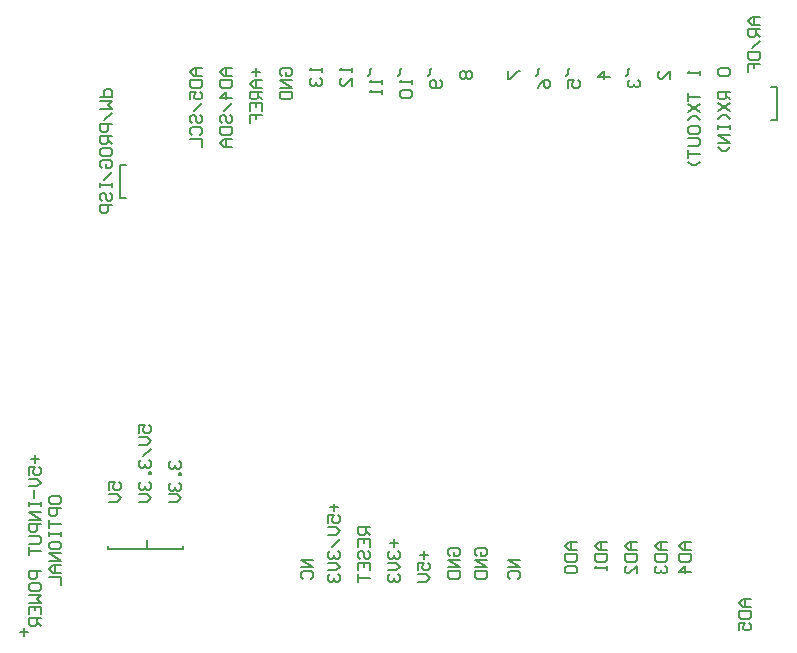
<source format=gbo>
G04*
G04 #@! TF.GenerationSoftware,Altium Limited,Altium Designer,22.5.1 (42)*
G04*
G04 Layer_Color=32896*
%FSLAX44Y44*%
%MOMM*%
G71*
G04*
G04 #@! TF.SameCoordinates,41AE30FE-043A-47DD-A292-25B9FDFD75C8*
G04*
G04*
G04 #@! TF.FilePolarity,Positive*
G04*
G01*
G75*
%ADD10C,0.2000*%
D10*
X675640Y441960D02*
X680720D01*
Y469900D01*
X675640D02*
X680720D01*
X124460Y375920D02*
X129540D01*
X124460Y403860D02*
X129540D01*
X124460Y375920D02*
Y403860D01*
X147320Y78740D02*
Y86360D01*
X177800Y78740D02*
Y81280D01*
X177787Y78727D02*
X177800Y78740D01*
X147388Y78727D02*
X177787D01*
X139065Y78740D02*
X147320D01*
X114300D02*
X122555D01*
X139065D01*
X114300D02*
Y81280D01*
X52406Y158020D02*
Y151355D01*
X49073Y154688D02*
X55738D01*
X47407Y141359D02*
Y148023D01*
X52406D01*
X50739Y144691D01*
Y143025D01*
X52406Y141359D01*
X55738D01*
X57404Y143025D01*
Y146357D01*
X55738Y148023D01*
X47407Y138026D02*
X54072D01*
X57404Y134694D01*
X54072Y131362D01*
X47407D01*
Y118033D02*
Y114701D01*
Y116367D01*
X57404D01*
Y118033D01*
Y114701D01*
Y109702D02*
X47407D01*
X57404Y103038D01*
X47407D01*
X57404Y99705D02*
X47407D01*
Y94707D01*
X49073Y93041D01*
X52406D01*
X54072Y94707D01*
Y99705D01*
X47407Y89709D02*
X55738D01*
X57404Y88042D01*
Y84710D01*
X55738Y83044D01*
X47407D01*
Y79712D02*
Y73047D01*
Y76380D01*
X57404D01*
Y59718D02*
X47407D01*
Y54720D01*
X49073Y53054D01*
X52406D01*
X54072Y54720D01*
Y59718D01*
X47407Y44723D02*
Y48055D01*
X49073Y49722D01*
X55738D01*
X57404Y48055D01*
Y44723D01*
X55738Y43057D01*
X49073D01*
X47407Y44723D01*
Y39725D02*
X57404D01*
X54072Y36393D01*
X57404Y33060D01*
X47407D01*
Y23063D02*
Y29728D01*
X57404D01*
Y23063D01*
X52406Y29728D02*
Y26396D01*
X57404Y19731D02*
X47407D01*
Y14733D01*
X49073Y13067D01*
X52406D01*
X54072Y14733D01*
Y19731D01*
Y16399D02*
X57404Y13067D01*
X64203Y118033D02*
Y121365D01*
X65869Y123031D01*
X72534D01*
X74200Y121365D01*
Y118033D01*
X72534Y116367D01*
X65869D01*
X64203Y118033D01*
X74200Y113034D02*
X64203D01*
Y108036D01*
X65869Y106370D01*
X69202D01*
X70868Y108036D01*
Y113034D01*
X64203Y103038D02*
Y96373D01*
Y99705D01*
X74200D01*
X64203Y93041D02*
Y89709D01*
Y91375D01*
X74200D01*
Y93041D01*
Y89709D01*
X64203Y79712D02*
Y83044D01*
X65869Y84710D01*
X72534D01*
X74200Y83044D01*
Y79712D01*
X72534Y78046D01*
X65869D01*
X64203Y79712D01*
X74200Y74714D02*
X64203D01*
X74200Y68049D01*
X64203D01*
X74200Y64717D02*
X67536D01*
X64203Y61385D01*
X67536Y58052D01*
X74200D01*
X69202D01*
Y64717D01*
X64203Y54720D02*
X74200D01*
Y48056D01*
X666020Y528860D02*
X659355D01*
X656023Y525528D01*
X659355Y522196D01*
X666020D01*
X661022D01*
Y528860D01*
X666020Y518863D02*
X656023D01*
Y513865D01*
X657689Y512199D01*
X661022D01*
X662688Y513865D01*
Y518863D01*
Y515531D02*
X666020Y512199D01*
Y508866D02*
X659355Y502202D01*
X656023Y498870D02*
X666020D01*
Y493871D01*
X664354Y492205D01*
X657689D01*
X656023Y493871D01*
Y498870D01*
Y482208D02*
Y488873D01*
X661022D01*
Y485541D01*
Y488873D01*
X666020D01*
X107383Y461236D02*
X117380D01*
Y466234D01*
X115714Y467900D01*
X112382D01*
X110716Y466234D01*
Y461236D01*
X107383Y457903D02*
X117380D01*
X114048Y454571D01*
X117380Y451239D01*
X107383D01*
X117380Y447906D02*
X110716Y441242D01*
X117380Y437910D02*
X107383D01*
Y432911D01*
X109049Y431245D01*
X112382D01*
X114048Y432911D01*
Y437910D01*
X117380Y427913D02*
X107383D01*
Y422915D01*
X109049Y421248D01*
X112382D01*
X114048Y422915D01*
Y427913D01*
Y424581D02*
X117380Y421248D01*
X107383Y412918D02*
Y416250D01*
X109049Y417916D01*
X115714D01*
X117380Y416250D01*
Y412918D01*
X115714Y411252D01*
X109049D01*
X107383Y412918D01*
X109049Y401255D02*
X107383Y402921D01*
Y406253D01*
X109049Y407919D01*
X115714D01*
X117380Y406253D01*
Y402921D01*
X115714Y401255D01*
X112382D01*
Y404587D01*
X117380Y397923D02*
X110716Y391258D01*
X107383Y387926D02*
Y384594D01*
Y386260D01*
X117380D01*
Y387926D01*
Y384594D01*
X109049Y372931D02*
X107383Y374597D01*
Y377929D01*
X109049Y379595D01*
X110716D01*
X112382Y377929D01*
Y374597D01*
X114048Y372931D01*
X115714D01*
X117380Y374597D01*
Y377929D01*
X115714Y379595D01*
X117380Y369598D02*
X107383D01*
Y364600D01*
X109049Y362934D01*
X112382D01*
X114048Y364600D01*
Y369598D01*
X167469Y152940D02*
X165803Y151274D01*
Y147942D01*
X167469Y146276D01*
X169135D01*
X170802Y147942D01*
Y149608D01*
Y147942D01*
X172468Y146276D01*
X174134D01*
X175800Y147942D01*
Y151274D01*
X174134Y152940D01*
X175800Y142943D02*
X174134D01*
Y141277D01*
X175800D01*
Y142943D01*
X167469Y134613D02*
X165803Y132946D01*
Y129614D01*
X167469Y127948D01*
X169135D01*
X170802Y129614D01*
Y131280D01*
Y129614D01*
X172468Y127948D01*
X174134D01*
X175800Y129614D01*
Y132946D01*
X174134Y134613D01*
X165803Y124616D02*
X172468D01*
X175800Y121284D01*
X172468Y117951D01*
X165803D01*
X140403Y176756D02*
Y183420D01*
X145402D01*
X143736Y180088D01*
Y178422D01*
X145402Y176756D01*
X148734D01*
X150400Y178422D01*
Y181754D01*
X148734Y183420D01*
X140403Y173423D02*
X147068D01*
X150400Y170091D01*
X147068Y166759D01*
X140403D01*
X150400Y163426D02*
X143736Y156762D01*
X142069Y153430D02*
X140403Y151763D01*
Y148431D01*
X142069Y146765D01*
X143736D01*
X145402Y148431D01*
Y150097D01*
Y148431D01*
X147068Y146765D01*
X148734D01*
X150400Y148431D01*
Y151763D01*
X148734Y153430D01*
X150400Y143433D02*
X148734D01*
Y141767D01*
X150400D01*
Y143433D01*
X142069Y135102D02*
X140403Y133436D01*
Y130104D01*
X142069Y128438D01*
X143736D01*
X145402Y130104D01*
Y131770D01*
Y130104D01*
X147068Y128438D01*
X148734D01*
X150400Y130104D01*
Y133436D01*
X148734Y135102D01*
X140403Y125105D02*
X147068D01*
X150400Y121773D01*
X147068Y118441D01*
X140403D01*
X115003Y128496D02*
Y135160D01*
X120002D01*
X118336Y131828D01*
Y130162D01*
X120002Y128496D01*
X123334D01*
X125000Y130162D01*
Y133494D01*
X123334Y135160D01*
X115003Y125163D02*
X121668D01*
X125000Y121831D01*
X121668Y118499D01*
X115003D01*
X42928Y4540D02*
Y11205D01*
X39595Y7872D02*
X46260D01*
X51340Y121380D02*
Y128045D01*
X462820Y69461D02*
X452823D01*
X462820Y62797D01*
X452823D01*
X454489Y52800D02*
X452823Y54466D01*
Y57798D01*
X454489Y59465D01*
X461154D01*
X462820Y57798D01*
Y54466D01*
X461154Y52800D01*
X426549Y72794D02*
X424883Y74460D01*
Y77792D01*
X426549Y79458D01*
X433214D01*
X434880Y77792D01*
Y74460D01*
X433214Y72794D01*
X429882D01*
Y76126D01*
X434880Y69461D02*
X424883D01*
X434880Y62797D01*
X424883D01*
Y59465D02*
X434880D01*
Y54466D01*
X433214Y52800D01*
X426549D01*
X424883Y54466D01*
Y59465D01*
X403689Y72794D02*
X402023Y74460D01*
Y77792D01*
X403689Y79458D01*
X410354D01*
X412020Y77792D01*
Y74460D01*
X410354Y72794D01*
X407022D01*
Y76126D01*
X412020Y69461D02*
X402023D01*
X412020Y62797D01*
X402023D01*
Y59465D02*
X412020D01*
Y54466D01*
X410354Y52800D01*
X403689D01*
X402023Y54466D01*
Y59465D01*
X381622Y76918D02*
Y70254D01*
X378289Y73586D02*
X384954D01*
X376623Y60257D02*
Y66921D01*
X381622D01*
X379955Y63589D01*
Y61923D01*
X381622Y60257D01*
X384954D01*
X386620Y61923D01*
Y65255D01*
X384954Y66921D01*
X376623Y56925D02*
X383288D01*
X386620Y53592D01*
X383288Y50260D01*
X376623D01*
X356222Y86915D02*
Y80250D01*
X352889Y83583D02*
X359554D01*
X352889Y76918D02*
X351223Y75252D01*
Y71920D01*
X352889Y70254D01*
X354556D01*
X356222Y71920D01*
Y73586D01*
Y71920D01*
X357888Y70254D01*
X359554D01*
X361220Y71920D01*
Y75252D01*
X359554Y76918D01*
X351223Y66921D02*
X357888D01*
X361220Y63589D01*
X357888Y60257D01*
X351223D01*
X352889Y56925D02*
X351223Y55258D01*
Y51926D01*
X352889Y50260D01*
X354556D01*
X356222Y51926D01*
Y53592D01*
Y51926D01*
X357888Y50260D01*
X359554D01*
X361220Y51926D01*
Y55258D01*
X359554Y56925D01*
X335820Y96912D02*
X325823D01*
Y91913D01*
X327489Y90247D01*
X330822D01*
X332488Y91913D01*
Y96912D01*
Y93579D02*
X335820Y90247D01*
X325823Y80250D02*
Y86915D01*
X335820D01*
Y80250D01*
X330822Y86915D02*
Y83583D01*
X327489Y70254D02*
X325823Y71920D01*
Y75252D01*
X327489Y76918D01*
X329156D01*
X330822Y75252D01*
Y71920D01*
X332488Y70254D01*
X334154D01*
X335820Y71920D01*
Y75252D01*
X334154Y76918D01*
X325823Y60257D02*
Y66921D01*
X335820D01*
Y60257D01*
X330822Y66921D02*
Y63589D01*
X325823Y56925D02*
Y50260D01*
Y53592D01*
X335820D01*
X305422Y116905D02*
Y110241D01*
X302089Y113573D02*
X308754D01*
X300423Y100244D02*
Y106908D01*
X305422D01*
X303755Y103576D01*
Y101910D01*
X305422Y100244D01*
X308754D01*
X310420Y101910D01*
Y105242D01*
X308754Y106908D01*
X300423Y96912D02*
X307088D01*
X310420Y93579D01*
X307088Y90247D01*
X300423D01*
X310420Y86915D02*
X303755Y80250D01*
X302089Y76918D02*
X300423Y75252D01*
Y71920D01*
X302089Y70254D01*
X303755D01*
X305422Y71920D01*
Y73586D01*
Y71920D01*
X307088Y70254D01*
X308754D01*
X310420Y71920D01*
Y75252D01*
X308754Y76918D01*
X300423Y66921D02*
X307088D01*
X310420Y63589D01*
X307088Y60257D01*
X300423D01*
X302089Y56925D02*
X300423Y55258D01*
Y51926D01*
X302089Y50260D01*
X303755D01*
X305422Y51926D01*
Y53592D01*
Y51926D01*
X307088Y50260D01*
X308754D01*
X310420Y51926D01*
Y55258D01*
X308754Y56925D01*
X287560Y69461D02*
X277563D01*
X287560Y62797D01*
X277563D01*
X279229Y52800D02*
X277563Y54466D01*
Y57798D01*
X279229Y59465D01*
X285894D01*
X287560Y57798D01*
Y54466D01*
X285894Y52800D01*
X658400Y36100D02*
X651736D01*
X648403Y32768D01*
X651736Y29436D01*
X658400D01*
X653402D01*
Y36100D01*
X648403Y26103D02*
X658400D01*
Y21105D01*
X656734Y19439D01*
X650069D01*
X648403Y21105D01*
Y26103D01*
Y9442D02*
Y16106D01*
X653402D01*
X651736Y12774D01*
Y11108D01*
X653402Y9442D01*
X656734D01*
X658400Y11108D01*
Y14440D01*
X656734Y16106D01*
X607600Y84360D02*
X600936D01*
X597603Y81028D01*
X600936Y77695D01*
X607600D01*
X602602D01*
Y84360D01*
X597603Y74363D02*
X607600D01*
Y69365D01*
X605934Y67699D01*
X599269D01*
X597603Y69365D01*
Y74363D01*
X607600Y59368D02*
X597603D01*
X602602Y64366D01*
Y57702D01*
X587280Y84360D02*
X580616D01*
X577283Y81028D01*
X580616Y77695D01*
X587280D01*
X582282D01*
Y84360D01*
X577283Y74363D02*
X587280D01*
Y69365D01*
X585614Y67699D01*
X578949D01*
X577283Y69365D01*
Y74363D01*
X578949Y64366D02*
X577283Y62700D01*
Y59368D01*
X578949Y57702D01*
X580616D01*
X582282Y59368D01*
Y61034D01*
Y59368D01*
X583948Y57702D01*
X585614D01*
X587280Y59368D01*
Y62700D01*
X585614Y64366D01*
X561880Y84360D02*
X555215D01*
X551883Y81028D01*
X555215Y77695D01*
X561880D01*
X556882D01*
Y84360D01*
X551883Y74363D02*
X561880D01*
Y69365D01*
X560214Y67699D01*
X553549D01*
X551883Y69365D01*
Y74363D01*
X561880Y57702D02*
Y64366D01*
X555215Y57702D01*
X553549D01*
X551883Y59368D01*
Y62700D01*
X553549Y64366D01*
X536480Y84360D02*
X529815D01*
X526483Y81028D01*
X529815Y77695D01*
X536480D01*
X531482D01*
Y84360D01*
X526483Y74363D02*
X536480D01*
Y69365D01*
X534814Y67699D01*
X528149D01*
X526483Y69365D01*
Y74363D01*
X536480Y64366D02*
Y61034D01*
Y62700D01*
X526483D01*
X528149Y64366D01*
X511080Y84360D02*
X504416D01*
X501083Y81028D01*
X504416Y77695D01*
X511080D01*
X506082D01*
Y84360D01*
X501083Y74363D02*
X511080D01*
Y69365D01*
X509414Y67699D01*
X502749D01*
X501083Y69365D01*
Y74363D01*
X502749Y64366D02*
X501083Y62700D01*
Y59368D01*
X502749Y57702D01*
X509414D01*
X511080Y59368D01*
Y62700D01*
X509414Y64366D01*
X502749D01*
X556089Y485851D02*
X554423Y484184D01*
Y480852D01*
X552757Y479186D01*
X556089Y475854D02*
X554423Y474188D01*
Y470855D01*
X556089Y469189D01*
X557756D01*
X559422Y470855D01*
Y472522D01*
Y470855D01*
X561088Y469189D01*
X562754D01*
X564420Y470855D01*
Y474188D01*
X562754Y475854D01*
X615220Y483140D02*
Y479808D01*
Y481474D01*
X605223D01*
X606889Y483140D01*
X605223Y464813D02*
Y458148D01*
Y461480D01*
X615220D01*
X605223Y454816D02*
X615220Y448151D01*
X605223D02*
X615220Y454816D01*
Y441487D02*
X611888Y444819D01*
X608555D01*
X605223Y441487D01*
Y431490D02*
Y434822D01*
X606889Y436488D01*
X613554D01*
X615220Y434822D01*
Y431490D01*
X613554Y429824D01*
X606889D01*
X605223Y431490D01*
Y426492D02*
X613554D01*
X615220Y424826D01*
Y421493D01*
X613554Y419827D01*
X605223D01*
Y416495D02*
Y409830D01*
Y413163D01*
X615220D01*
Y406498D02*
X611888Y403166D01*
X608555D01*
X605223Y406498D01*
X589820Y476475D02*
Y483140D01*
X583156Y476475D01*
X581489D01*
X579823Y478142D01*
Y481474D01*
X581489Y483140D01*
X193580Y485680D02*
X186915D01*
X183583Y482348D01*
X186915Y479016D01*
X193580D01*
X188582D01*
Y485680D01*
X183583Y475683D02*
X193580D01*
Y470685D01*
X191914Y469019D01*
X185249D01*
X183583Y470685D01*
Y475683D01*
Y459022D02*
Y465686D01*
X188582D01*
X186915Y462354D01*
Y460688D01*
X188582Y459022D01*
X191914D01*
X193580Y460688D01*
Y464020D01*
X191914Y465686D01*
X193580Y455690D02*
X186915Y449025D01*
X185249Y439028D02*
X183583Y440695D01*
Y444027D01*
X185249Y445693D01*
X186915D01*
X188582Y444027D01*
Y440695D01*
X190248Y439028D01*
X191914D01*
X193580Y440695D01*
Y444027D01*
X191914Y445693D01*
X185249Y429032D02*
X183583Y430698D01*
Y434030D01*
X185249Y435696D01*
X191914D01*
X193580Y434030D01*
Y430698D01*
X191914Y429032D01*
X183583Y425699D02*
X193580D01*
Y419035D01*
X218980Y485680D02*
X212316D01*
X208983Y482348D01*
X212316Y479016D01*
X218980D01*
X213982D01*
Y485680D01*
X208983Y475683D02*
X218980D01*
Y470685D01*
X217314Y469019D01*
X210649D01*
X208983Y470685D01*
Y475683D01*
X218980Y460688D02*
X208983D01*
X213982Y465686D01*
Y459022D01*
X218980Y455690D02*
X212316Y449025D01*
X210649Y439028D02*
X208983Y440695D01*
Y444027D01*
X210649Y445693D01*
X212316D01*
X213982Y444027D01*
Y440695D01*
X215648Y439028D01*
X217314D01*
X218980Y440695D01*
Y444027D01*
X217314Y445693D01*
X208983Y435696D02*
X218980D01*
Y430698D01*
X217314Y429032D01*
X210649D01*
X208983Y430698D01*
Y435696D01*
X218980Y425699D02*
X212316D01*
X208983Y422367D01*
X212316Y419035D01*
X218980D01*
X213982D01*
Y425699D01*
X239382Y485680D02*
Y479016D01*
X236049Y482348D02*
X242714D01*
X244380Y475683D02*
X237715D01*
X234383Y472351D01*
X237715Y469019D01*
X244380D01*
X239382D01*
Y475683D01*
X244380Y465686D02*
X234383D01*
Y460688D01*
X236049Y459022D01*
X239382D01*
X241048Y460688D01*
Y465686D01*
Y462354D02*
X244380Y459022D01*
X234383Y449025D02*
Y455690D01*
X244380D01*
Y449025D01*
X239382Y455690D02*
Y452357D01*
X234383Y439028D02*
Y445693D01*
X239382D01*
Y442361D01*
Y445693D01*
X244380D01*
X261449Y479016D02*
X259783Y480682D01*
Y484014D01*
X261449Y485680D01*
X268114D01*
X269780Y484014D01*
Y480682D01*
X268114Y479016D01*
X264782D01*
Y482348D01*
X269780Y475683D02*
X259783D01*
X269780Y469019D01*
X259783D01*
Y465686D02*
X269780D01*
Y460688D01*
X268114Y459022D01*
X261449D01*
X259783Y460688D01*
Y465686D01*
X295180Y485680D02*
Y482348D01*
Y484014D01*
X285183D01*
X286849Y485680D01*
Y477349D02*
X285183Y475683D01*
Y472351D01*
X286849Y470685D01*
X288515D01*
X290182Y472351D01*
Y474017D01*
Y472351D01*
X291848Y470685D01*
X293514D01*
X295180Y472351D01*
Y475683D01*
X293514Y477349D01*
X320580Y485680D02*
Y482348D01*
Y484014D01*
X310583D01*
X312249Y485680D01*
X320580Y470685D02*
Y477349D01*
X313916Y470685D01*
X312249D01*
X310583Y472351D01*
Y475683D01*
X312249Y477349D01*
X337649Y485680D02*
X335983Y484014D01*
Y480682D01*
X334317Y479016D01*
X345980Y475683D02*
Y472351D01*
Y474017D01*
X335983D01*
X337649Y475683D01*
X345980Y467353D02*
Y464020D01*
Y465686D01*
X335983D01*
X337649Y467353D01*
X363049Y485680D02*
X361383Y484014D01*
Y480682D01*
X359717Y479016D01*
X371380Y475683D02*
Y472351D01*
Y474017D01*
X361383D01*
X363049Y475683D01*
Y467353D02*
X361383Y465686D01*
Y462354D01*
X363049Y460688D01*
X369714D01*
X371380Y462354D01*
Y465686D01*
X369714Y467353D01*
X363049D01*
X388449Y485680D02*
X386783Y484014D01*
Y480682D01*
X385117Y479016D01*
X395114Y475683D02*
X396780Y474017D01*
Y470685D01*
X395114Y469019D01*
X388449D01*
X386783Y470685D01*
Y474017D01*
X388449Y475683D01*
X390116D01*
X391782Y474017D01*
Y469019D01*
X413849Y483140D02*
X412183Y481474D01*
Y478142D01*
X413849Y476475D01*
X415516D01*
X417182Y478142D01*
X418848Y476475D01*
X420514D01*
X422180Y478142D01*
Y481474D01*
X420514Y483140D01*
X418848D01*
X417182Y481474D01*
X415516Y483140D01*
X413849D01*
X417182Y481474D02*
Y478142D01*
X452823Y483140D02*
Y476475D01*
X454489D01*
X461154Y483140D01*
X462820D01*
X479889Y485680D02*
X478223Y484014D01*
Y480682D01*
X476557Y479016D01*
X478223Y469019D02*
X479889Y472351D01*
X483222Y475683D01*
X486554D01*
X488220Y474017D01*
Y470685D01*
X486554Y469019D01*
X484888D01*
X483222Y470685D01*
Y475683D01*
X505289Y485680D02*
X503623Y484014D01*
Y480682D01*
X501957Y479016D01*
X503623Y469019D02*
Y475683D01*
X508622D01*
X506955Y472351D01*
Y470685D01*
X508622Y469019D01*
X511954D01*
X513620Y470685D01*
Y474017D01*
X511954Y475683D01*
X539020Y478142D02*
X529023D01*
X534022Y483140D01*
Y476475D01*
X632289Y485680D02*
X630623Y484014D01*
Y480682D01*
X632289Y479016D01*
X638954D01*
X640620Y480682D01*
Y484014D01*
X638954Y485680D01*
X632289D01*
X640620Y465686D02*
X630623D01*
Y460688D01*
X632289Y459022D01*
X635622D01*
X637288Y460688D01*
Y465686D01*
Y462354D02*
X640620Y459022D01*
X630623Y455690D02*
X640620Y449025D01*
X630623D02*
X640620Y455690D01*
Y442361D02*
X637288Y445693D01*
X633955D01*
X630623Y442361D01*
Y437362D02*
Y434030D01*
Y435696D01*
X640620D01*
Y437362D01*
Y434030D01*
Y429032D02*
X630623D01*
X640620Y422367D01*
X630623D01*
X640620Y419035D02*
X637288Y415703D01*
X633955D01*
X630623Y419035D01*
M02*

</source>
